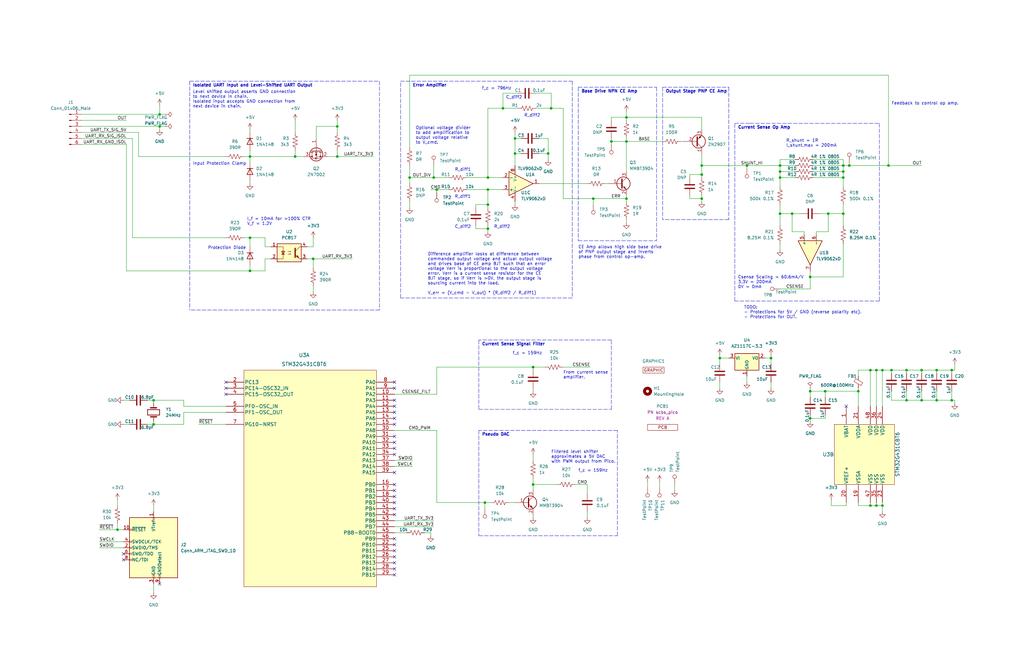
<source format=kicad_sch>
(kicad_sch (version 20211123) (generator eeschema)
  (paper "B")
  (title_block (title "Single Cell Battery Simulator Pico Demo Board") (date "2022-11-06") (rev "A") (company "Pants for Birds") (comment 1 "John McNelly - jkailimcnelly@gmail.com"))
  (lib_symbols
    (symbol "Amplifier_Operational:TLV9062xD" (pin_names (offset 0.127))
      (property "Reference" "U" (at 2.54 6.35 0))
      (property "Value" "TLV9062xD" (at 2.54 3.81 0))
      (symbol "TLV9062xD_1_1"
        (pin output line (at 7.62 0 180) (length 2.54) (name "~") (number "1"))
        (pin input line (at -7.62 -2.54 0) (length 2.54) (name "-") (number "2"))
        (pin input line (at -7.62 2.54 0) (length 2.54) (name "+") (number "3"))
      )
      (symbol "TLV9062xD_2_1"
        (pin input line (at -7.62 2.54 0) (length 2.54) (name "+") (number "5"))
        (pin input line (at -7.62 -2.54 0) (length 2.54) (name "-") (number "6"))
        (pin output line (at 7.62 0 180) (length 2.54) (name "~") (number "7"))
      )
      (symbol "TLV9062xD_3_1"
        (pin power_in line (at 0 -7.62 90) (length 3.81) (name "V-") (number "4"))
        (pin power_in line (at 0 7.62 270) (length 3.81) (name "V+") (number "8"))
      )
    )
    (symbol "Connector:Conn_01x06_Male" (pin_names (offset 1.016) hide)
      (property "Reference" "J" (at 0 7.62 0))
      (property "Value" "Conn_01x06_Male" (at 0 -10.16 0))
      (symbol "Conn_01x06_Male_1_1"
        (pin passive line (at 5.08 5.08 180) (length 3.81) (name "Pin_1") (number "1"))
        (pin passive line (at 5.08 2.54 180) (length 3.81) (name "Pin_2") (number "2"))
        (pin passive line (at 5.08 0 180) (length 3.81) (name "Pin_3") (number "3"))
        (pin passive line (at 5.08 -2.54 180) (length 3.81) (name "Pin_4") (number "4"))
        (pin passive line (at 5.08 -5.08 180) (length 3.81) (name "Pin_5") (number "5"))
        (pin passive line (at 5.08 -7.62 180) (length 3.81) (name "Pin_6") (number "6"))
      )
    )
    (symbol "Connector:Conn_ARM_JTAG_SWD_10" (pin_names (offset 1.016))
      (property "Reference" "J" (at -2.54 16.51 0))
      (property "Value" "Conn_ARM_JTAG_SWD_10" (at -2.54 13.97 0))
      (symbol "Conn_ARM_JTAG_SWD_10_1_1"
        (pin power_in line (at 0 15.24 270) (length 2.54) (name "VTref") (number "1"))
        (pin open_collector line (at 12.7 7.62 180) (length 2.54) (name "~{RESET}") (number "10"))
        (pin bidirectional line (at 12.7 0 180) (length 2.54) (name "SWDIO/TMS") (number "2"))
        (pin power_in line (at 0 -15.24 90) (length 2.54) (name "GND") (number "3"))
        (pin output line (at 12.7 2.54 180) (length 2.54) (name "SWDCLK/TCK") (number "4"))
        (pin passive line (at 0 -15.24 90) (length 2.54) hide (name "GND") (number "5"))
        (pin input line (at 12.7 -2.54 180) (length 2.54) (name "SWO/TDO") (number "6"))
        (pin no_connect line (at -10.16 0 0) (length 2.54) hide (name "KEY") (number "7"))
        (pin output line (at 12.7 -5.08 180) (length 2.54) (name "NC/TDI") (number "8"))
        (pin passive line (at -2.54 -15.24 90) (length 2.54) (name "GNDDetect") (number "9"))
      )
    )
    (symbol "Connector:TestPoint" (pin_numbers hide) (pin_names (offset 0.762) hide)
      (property "Reference" "TP" (at 0 6.858 0))
      (property "Value" "TestPoint" (at 0 5.08 0))
      (symbol "TestPoint_1_1"
        (pin passive line (at 0 0 90) (length 2.54) (name "1") (number "1"))
      )
    )
    (symbol "Custom_Placeholder:Graphic" (pin_numbers hide) (pin_names (offset 0) hide) (in_bom no)
      (property "Reference" "GRAPHIC" (at 0 2.54 0))
      (symbol "Graphic_0_0"
        (text "GRAPHIC" (at 0 0 0) (effects (font (size 1.27 1.27))))
      )
    )
    (symbol "Custom_Placeholder:PCB" (pin_numbers hide) (pin_names (offset 0) hide)
      (property "Reference" "PCB" (at 0 4.445 0))
      (property "MPN" "PN XXXXXXX" (at 0 -2.54 0))
      (property "REV" "REV _" (at -3.175 -4.445 0))
      (symbol "PCB_0_0"
        (text "PCB" (at 0 0 0) (effects (font (size 1.27 1.27))))
      )
    )
    (symbol "Device:C" (pin_numbers hide) (pin_names (offset 0.254))
      (property "Reference" "C" (at 0.635 2.54 0))
      (property "Value" "C" (at 0.635 -2.54 0))
      (symbol "C_1_1"
        (pin passive line (at 0 3.81 270) (length 2.794) (name "~") (number "1"))
        (pin passive line (at 0 -3.81 90) (length 2.794) (name "~") (number "2"))
      )
    )
    (symbol "Device:Crystal" (pin_numbers hide) (pin_names (offset 1.016) hide)
      (property "Reference" "Y" (at 0 3.81 0))
      (property "Value" "Crystal" (at 0 -3.81 0))
      (symbol "Crystal_1_1"
        (pin passive line (at -3.81 0 0) (length 1.27) (name "1") (number "1"))
        (pin passive line (at 3.81 0 180) (length 1.27) (name "2") (number "2"))
      )
    )
    (symbol "Device:D" (pin_numbers hide) (pin_names (offset 1.016) hide)
      (property "Reference" "D" (at 0 2.54 0))
      (property "Value" "D" (at 0 -2.54 0))
      (symbol "D_1_1"
        (pin passive line (at -3.81 0 0) (length 2.54) (name "K") (number "1"))
        (pin passive line (at 3.81 0 180) (length 2.54) (name "A") (number "2"))
      )
    )
    (symbol "Device:FerriteBead_Small" (pin_numbers hide) (pin_names (offset 0))
      (property "Reference" "FB" (at 1.905 1.27 0))
      (property "Value" "FerriteBead_Small" (at 1.905 -1.27 0))
      (symbol "FerriteBead_Small_1_1"
        (pin passive line (at 0 2.54 270) (length 1.27) (name "~") (number "1"))
        (pin passive line (at 0 -2.54 90) (length 1.27) (name "~") (number "2"))
      )
    )
    (symbol "Device:Q_PNP_CBE" (pin_names (offset 0) hide)
      (property "Reference" "Q" (at 5.08 1.27 0))
      (property "Value" "Q_PNP_CBE" (at 5.08 -1.27 0))
      (symbol "Q_PNP_CBE_1_1"
        (pin passive line (at 2.54 5.08 270) (length 2.54) (name "C") (number "1"))
        (pin input line (at -5.08 0 0) (length 5.715) (name "B") (number "2"))
        (pin passive line (at 2.54 -5.08 90) (length 2.54) (name "E") (number "3"))
      )
    )
    (symbol "Device:R_US" (pin_numbers hide) (pin_names (offset 0))
      (property "Reference" "R" (at 2.54 0 90))
      (property "Value" "R_US" (at -2.54 0 90))
      (symbol "R_US_1_1"
        (pin passive line (at 0 3.81 270) (length 1.27) (name "~") (number "1"))
        (pin passive line (at 0 -3.81 90) (length 1.27) (name "~") (number "2"))
      )
    )
    (symbol "Isolator:PC817" (pin_names (offset 1.016))
      (property "Reference" "U" (at -5.08 5.08 0))
      (property "Value" "PC817" (at 0 5.08 0))
      (symbol "PC817_1_1"
        (pin passive line (at -7.62 2.54 0) (length 2.54) (name "~") (number "1"))
        (pin passive line (at -7.62 -2.54 0) (length 2.54) (name "~") (number "2"))
        (pin passive line (at 7.62 -2.54 180) (length 2.54) (name "~") (number "3"))
        (pin passive line (at 7.62 2.54 180) (length 2.54) (name "~") (number "4"))
      )
    )
    (symbol "Mechanical:MountingHole" (pin_names (offset 1.016))
      (property "Reference" "H" (at 0 5.08 0))
      (property "Value" "MountingHole" (at 0 3.175 0))
    )
    (symbol "Regulator_Linear:AZ1117-3.3" (pin_names (offset 0.254))
      (property "Reference" "U" (at -3.81 3.175 0))
      (property "Value" "AZ1117-3.3" (at 0 3.175 0))
      (symbol "AZ1117-3.3_1_1"
        (pin power_in line (at 0 -7.62 90) (length 2.54) (name "GND") (number "1"))
        (pin power_out line (at 7.62 0 180) (length 2.54) (name "VO") (number "2"))
        (pin power_in line (at -7.62 0 0) (length 2.54) (name "VI") (number "3"))
      )
    )
    (symbol "STM32G431CBT6_1" (pin_names (offset 0.254))
      (property "Reference" "U?" (at -35.56 11.43 0))
      (property "Value" "STM32G431CBT6" (at -35.56 7.62 0))
      (symbol "STM32G431CBT6_1_1_1"
        (pin bidirectional line (at 0 -5.08 0) (length 7.62) (name "PA2") (number "10"))
        (pin bidirectional line (at 0 -7.62 0) (length 7.62) (name "PA3") (number "11"))
        (pin bidirectional line (at 0 -10.16 0) (length 7.62) (name "PA4") (number "12"))
        (pin bidirectional line (at 0 -12.7 0) (length 7.62) (name "PA5") (number "13"))
        (pin bidirectional line (at 0 -15.24 0) (length 7.62) (name "PA6") (number "14"))
        (pin bidirectional line (at 0 -17.78 0) (length 7.62) (name "PA7") (number "15"))
        (pin bidirectional line (at 0 -43.18 0) (length 7.62) (name "PB0") (number "16"))
        (pin bidirectional line (at 0 -45.72 0) (length 7.62) (name "PB1") (number "17"))
        (pin bidirectional line (at 0 -48.26 0) (length 7.62) (name "PB2") (number "18"))
        (pin bidirectional line (at 71.12 0 180) (length 7.62) (name "PC13") (number "2"))
        (pin bidirectional line (at 0 -68.58 0) (length 7.62) (name "PB10") (number "22"))
        (pin bidirectional line (at 0 -71.12 0) (length 7.62) (name "PB11") (number "25"))
        (pin bidirectional line (at 0 -73.66 0) (length 7.62) (name "PB12") (number "26"))
        (pin bidirectional line (at 0 -76.2 0) (length 7.62) (name "PB13") (number "27"))
        (pin bidirectional line (at 0 -78.74 0) (length 7.62) (name "PB14") (number "28"))
        (pin bidirectional line (at 0 -81.28 0) (length 7.62) (name "PB15") (number "29"))
        (pin bidirectional line (at 71.12 -2.54 180) (length 7.62) (name "PC14-OSC32_IN") (number "3"))
        (pin bidirectional line (at 0 -20.32 0) (length 7.62) (name "PA8") (number "30"))
        (pin bidirectional line (at 0 -22.86 0) (length 7.62) (name "PA9") (number "31"))
        (pin bidirectional line (at 0 -25.4 0) (length 7.62) (name "PA10") (number "32"))
        (pin bidirectional line (at 0 -27.94 0) (length 7.62) (name "PA11") (number "33"))
        (pin bidirectional line (at 0 -30.48 0) (length 7.62) (name "PA12") (number "34"))
        (pin bidirectional line (at 0 -33.02 0) (length 7.62) (name "PA13") (number "37"))
        (pin bidirectional line (at 0 -35.56 0) (length 7.62) (name "PA14") (number "38"))
        (pin bidirectional line (at 0 -38.1 0) (length 7.62) (name "PA15") (number "39"))
        (pin bidirectional line (at 71.12 -5.08 180) (length 7.62) (name "PC15-OSC32_OUT") (number "4"))
        (pin bidirectional line (at 0 -50.8 0) (length 7.62) (name "PB3") (number "40"))
        (pin bidirectional line (at 0 -53.34 0) (length 7.62) (name "PB4") (number "41"))
        (pin bidirectional line (at 0 -55.88 0) (length 7.62) (name "PB5") (number "42"))
        (pin bidirectional line (at 0 -58.42 0) (length 7.62) (name "PB6") (number "43"))
        (pin bidirectional line (at 0 -60.96 0) (length 7.62) (name "PB7") (number "44"))
        (pin bidirectional line (at 0 -63.5 0) (length 7.62) (name "PB8-BOOT0") (number "45"))
        (pin bidirectional line (at 0 -66.04 0) (length 7.62) (name "PB9") (number "46"))
        (pin bidirectional line (at 71.12 -10.16 180) (length 7.62) (name "PF0-OSC_IN") (number "5"))
        (pin bidirectional line (at 71.12 -12.7 180) (length 7.62) (name "PF1-OSC_OUT") (number "6"))
        (pin bidirectional line (at 71.12 -17.78 180) (length 7.62) (name "PG10-NRST") (number "7"))
        (pin bidirectional line (at 0 0 0) (length 7.62) (name "PA0") (number "8"))
        (pin bidirectional line (at 0 -2.54 0) (length 7.62) (name "PA1") (number "9"))
      )
      (symbol "STM32G431CBT6_1_2_1"
        (pin power_in line (at 0 -15.24 0) (length 7.62) (name "VBAT") (number "1"))
        (pin power_in line (at 40.64 -10.16 180) (length 7.62) (name "VSSA") (number "19"))
        (pin power_in line (at 40.64 -15.24 180) (length 7.62) (name "VREF+") (number "20"))
        (pin power_in line (at 0 -10.16 0) (length 7.62) (name "VDDA") (number "21"))
        (pin power_in line (at 40.64 0 180) (length 7.62) (name "VSS") (number "23"))
        (pin power_in line (at 0 0 0) (length 7.62) (name "VDD") (number "24"))
        (pin power_in line (at 40.64 -2.54 180) (length 7.62) (name "VSS") (number "35"))
        (pin power_in line (at 0 -2.54 0) (length 7.62) (name "VDD") (number "36"))
        (pin power_in line (at 40.64 -5.08 180) (length 7.62) (name "VSS") (number "47"))
        (pin power_in line (at 0 -5.08 0) (length 7.62) (name "VDD") (number "48"))
      )
    )
    (symbol "Transistor_BJT:MMBT3904" (pin_names (offset 0) hide)
      (property "Reference" "Q" (at 5.08 1.905 0))
      (property "Value" "MMBT3904" (at 5.08 0 0))
      (symbol "MMBT3904_1_1"
        (pin input line (at -5.08 0 0) (length 5.715) (name "B") (number "1"))
        (pin passive line (at 2.54 -5.08 90) (length 2.54) (name "E") (number "2"))
        (pin passive line (at 2.54 5.08 270) (length 2.54) (name "C") (number "3"))
      )
    )
    (symbol "Transistor_FET:2N7002" (pin_names hide)
      (property "Reference" "Q" (at 5.08 1.905 0))
      (property "Value" "2N7002" (at 5.08 0 0))
      (symbol "2N7002_1_1"
        (pin input line (at -5.08 0 0) (length 2.54) (name "G") (number "1"))
        (pin passive line (at 2.54 -5.08 90) (length 2.54) (name "S") (number "2"))
        (pin passive line (at 2.54 5.08 270) (length 2.54) (name "D") (number "3"))
      )
    )
    (symbol "power:+3V3" (power) (pin_names (offset 0))
      (property "Value" "+3V3" (at 0 3.556 0))
      (symbol "+3V3_1_1"
        (pin power_in line (at 0 0 90) (length 0) hide (name "+3V3") (number "1"))
      )
    )
    (symbol "power:+5V" (power) (pin_names (offset 0))
      (property "Value" "+5V" (at 0 3.556 0))
      (symbol "+5V_1_1"
        (pin power_in line (at 0 0 90) (length 0) hide (name "+5V") (number "1"))
      )
    )
    (symbol "power:GND" (power) (pin_names (offset 0))
      (property "Value" "GND" (at 0 -3.81 0))
      (symbol "GND_1_1"
        (pin power_in line (at 0 0 270) (length 0) hide (name "GND") (number "1"))
      )
    )
    (symbol "power:PWR_FLAG" (power) (pin_numbers hide) (pin_names (offset 0) hide)
      (property "Value" "PWR_FLAG" (at 0 3.81 0))
      (symbol "PWR_FLAG_0_0"
        (pin power_out line (at 0 0 90) (length 0) (name "pwr") (number "1"))
      )
    )
    (symbol "stm32g4:STM32G431CBT6" (pin_names (offset 0.254))
      (property "Reference" "U?" (at 11.43 -20.32 0))
      (property "Value" "STM32G431CBT6" (at 7.62 -20.32 0))
      (symbol "STM32G431CBT6_1_1"
        (pin bidirectional line (at 0 -5.08 0) (length 7.62) (name "PA2") (number "10"))
        (pin bidirectional line (at 0 -7.62 0) (length 7.62) (name "PA3") (number "11"))
        (pin bidirectional line (at 0 -10.16 0) (length 7.62) (name "PA4") (number "12"))
        (pin bidirectional line (at 0 -12.7 0) (length 7.62) (name "PA5") (number "13"))
        (pin bidirectional line (at 0 -15.24 0) (length 7.62) (name "PA6") (number "14"))
        (pin bidirectional line (at 0 -17.78 0) (length 7.62) (name "PA7") (number "15"))
        (pin bidirectional line (at 0 -43.18 0) (length 7.62) (name "PB0") (number "16"))
        (pin bidirectional line (at 0 -45.72 0) (length 7.62) (name "PB1") (number "17"))
        (pin bidirectional line (at 0 -48.26 0) (length 7.62) (name "PB2") (number "18"))
        (pin bidirectional line (at 71.12 0 180) (length 7.62) (name "PC13") (number "2"))
        (pin bidirectional line (at 0 -68.58 0) (length 7.62) (name "PB10") (number "22"))
        (pin bidirectional line (at 0 -71.12 0) (length 7.62) (name "PB11") (number "25"))
        (pin bidirectional line (at 0 -73.66 0) (length 7.62) (name "PB12") (number "26"))
        (pin bidirectional line (at 0 -76.2 0) (length 7.62) (name "PB13") (number "27"))
        (pin bidirectional line (at 0 -78.74 0) (length 7.62) (name "PB14") (number "28"))
        (pin bidirectional line (at 0 -81.28 0) (length 7.62) (name "PB15") (number "29"))
        (pin bidirectional line (at 71.12 -2.54 180) (length 7.62) (name "PC14-OSC32_IN") (number "3"))
        (pin bidirectional line (at 0 -20.32 0) (length 7.62) (name "PA8") (number "30"))
        (pin bidirectional line (at 0 -22.86 0) (length 7.62) (name "PA9") (number "31"))
        (pin bidirectional line (at 0 -25.4 0) (length 7.62) (name "PA10") (number "32"))
        (pin bidirectional line (at 0 -27.94 0) (length 7.62) (name "PA11") (number "33"))
        (pin bidirectional line (at 0 -30.48 0) (length 7.62) (name "PA12") (number "34"))
        (pin bidirectional line (at 0 -33.02 0) (length 7.62) (name "PA13") (number "37"))
        (pin bidirectional line (at 0 -35.56 0) (length 7.62) (name "PA14") (number "38"))
        (pin bidirectional line (at 0 -38.1 0) (length 7.62) (name "PA15") (number "39"))
        (pin bidirectional line (at 71.12 -5.08 180) (length 7.62) (name "PC15-OSC32_OUT") (number "4"))
        (pin bidirectional line (at 0 -50.8 0) (length 7.62) (name "PB3") (number "40"))
        (pin bidirectional line (at 0 -53.34 0) (length 7.62) (name "PB4") (number "41"))
        (pin bidirectional line (at 0 -55.88 0) (length 7.62) (name "PB5") (number "42"))
        (pin bidirectional line (at 0 -58.42 0) (length 7.62) (name "PB6") (number "43"))
        (pin bidirectional line (at 0 -60.96 0) (length 7.62) (name "PB7") (number "44"))
        (pin bidirectional line (at 0 -63.5 0) (length 7.62) (name "PB8-BOOT0") (number "45"))
        (pin bidirectional line (at 0 -66.04 0) (length 7.62) (name "PB9") (number "46"))
        (pin bidirectional line (at 71.12 -10.16 180) (length 7.62) (name "PF0-OSC_IN") (number "5"))
        (pin bidirectional line (at 71.12 -12.7 180) (length 7.62) (name "PF1-OSC_OUT") (number "6"))
        (pin bidirectional line (at 71.12 -17.78 180) (length 7.62) (name "PG10-NRST") (number "7"))
        (pin bidirectional line (at 0 0 0) (length 7.62) (name "PA0") (number "8"))
        (pin bidirectional line (at 0 -2.54 0) (length 7.62) (name "PA1") (number "9"))
      )
      (symbol "STM32G431CBT6_2_1"
        (pin power_in line (at 0 -15.24 0) (length 7.62) (name "VBAT") (number "1"))
        (pin power_in line (at 40.64 -10.16 180) (length 7.62) (name "VSSA") (number "19"))
        (pin power_in line (at 40.64 -15.24 180) (length 7.62) (name "VREF+") (number "20"))
        (pin power_in line (at 0 -10.16 0) (length 7.62) (name "VDDA") (number "21"))
        (pin power_in line (at 40.64 0 180) (length 7.62) (name "VSS") (number "23"))
        (pin power_in line (at 0 0 0) (length 7.62) (name "VDD") (number "24"))
        (pin power_in line (at 40.64 -2.54 180) (length 7.62) (name "VSS") (number "35"))
        (pin power_in line (at 0 -2.54 0) (length 7.62) (name "VDD") (number "36"))
        (pin power_in line (at 40.64 -5.08 180) (length 7.62) (name "VSS") (number "47"))
        (pin power_in line (at 0 -5.08 0) (length 7.62) (name "VDD") (number "48"))
      )
    )
  )
  (junction (at 264.16 59.69))
  (junction (at 334.01 90.17))
  (junction (at 367.03 156.21))
  (junction (at 105.41 100.33))
  (junction (at 401.32 168.91))
  (junction (at 205.74 80.01))
  (junction (at 217.17 58.42))
  (junction (at 349.25 90.17))
  (junction (at 205.74 86.36))
  (junction (at 361.95 165.1))
  (junction (at 67.31 53.34))
  (junction (at 347.98 165.1))
  (junction (at 382.27 156.21))
  (junction (at 250.19 83.82))
  (junction (at 295.91 69.85))
  (junction (at 295.91 73.66))
  (junction (at 355.6 74.93))
  (junction (at 172.72 74.93))
  (junction (at 328.93 72.39))
  (junction (at 372.11 213.36))
  (junction (at 49.53 223.52))
  (junction (at 382.27 168.91))
  (junction (at 182.88 74.93))
  (junction (at 217.17 64.77))
  (junction (at 257.81 59.69))
  (junction (at 394.97 156.21))
  (junction (at 64.77 179.07))
  (junction (at 295.91 83.82))
  (junction (at 341.63 116.84))
  (junction (at 132.08 109.22))
  (junction (at 231.14 64.77))
  (junction (at 328.93 90.17))
  (junction (at 328.93 69.85))
  (junction (at 355.6 69.85))
  (junction (at 355.6 90.17))
  (junction (at 205.74 96.52))
  (junction (at 325.12 151.13))
  (junction (at 224.79 154.94))
  (junction (at 314.96 69.85))
  (junction (at 369.57 156.21))
  (junction (at 67.31 48.26))
  (junction (at 142.24 53.34))
  (junction (at 224.79 204.47))
  (junction (at 105.41 114.3))
  (junction (at 264.16 83.82))
  (junction (at 212.09 45.72))
  (junction (at 358.14 69.85))
  (junction (at 375.92 156.21))
  (junction (at 184.15 80.01))
  (junction (at 205.74 74.93))
  (junction (at 372.11 156.21))
  (junction (at 341.63 176.53))
  (junction (at 388.62 156.21))
  (junction (at 124.46 66.04))
  (junction (at 388.62 168.91))
  (junction (at 264.16 49.53))
  (junction (at 394.97 168.91))
  (junction (at 303.53 151.13))
  (junction (at 374.65 69.85))
  (junction (at 369.57 213.36))
  (junction (at 142.24 66.04))
  (junction (at 367.03 213.36))
  (junction (at 341.63 165.1))
  (junction (at 105.41 66.04))
  (junction (at 204.47 212.09))
  (junction (at 401.32 156.21))
  (junction (at 355.6 72.39))
  (junction (at 64.77 168.91))
  (junction (at 232.41 45.72))
  (junction (at 328.93 74.93))
  (no_connect (at 166.37 173.99))
  (no_connect (at 166.37 179.07))
  (no_connect (at 166.37 229.87))
  (no_connect (at 166.37 204.47))
  (no_connect (at 166.37 199.39))
  (no_connect (at 166.37 240.03))
  (no_connect (at 67.31 246.38))
  (no_connect (at 166.37 234.95))
  (no_connect (at 166.37 176.53))
  (no_connect (at 166.37 191.77))
  (no_connect (at 52.07 236.22))
  (no_connect (at 166.37 171.45))
  (no_connect (at 166.37 227.33))
  (no_connect (at 166.37 184.15))
  (no_connect (at 166.37 207.01))
  (no_connect (at 166.37 168.91))
  (no_connect (at 166.37 209.55))
  (no_connect (at 52.07 233.68))
  (no_connect (at 166.37 161.29))
  (no_connect (at 166.37 163.83))
  (no_connect (at 166.37 217.17))
  (no_connect (at 166.37 212.09))
  (no_connect (at 166.37 242.57))
  (no_connect (at 166.37 189.23))
  (no_connect (at 166.37 237.49))
  (no_connect (at 166.37 186.69))
  (no_connect (at 95.25 161.29))
  (no_connect (at 95.25 166.37))
  (no_connect (at 95.25 163.83))
  (no_connect (at 166.37 232.41))
  (no_connect (at 356.87 171.45))
  (no_connect (at 166.37 214.63))
  (wire (pts (xy 102.87 66.04) (xy 105.41 66.04)))
  (wire (pts (xy 341.63 167.64) (xy 341.63 165.1)))
  (wire (pts (xy 295.91 69.85) (xy 295.91 73.66)))
  (wire (pts (xy 328.93 69.85) (xy 335.28 69.85)))
  (wire (pts (xy 229.87 154.94) (xy 224.79 154.94)))
  (wire (pts (xy 375.92 156.21) (xy 375.92 157.48)))
  (wire (pts (xy 388.62 156.21) (xy 388.62 157.48)))
  (wire (pts (xy 328.93 69.85) (xy 328.93 72.39)))
  (wire (pts (xy 264.16 83.82) (xy 264.16 85.09)))
  (wire (pts (xy 226.06 39.37) (xy 232.41 39.37)))
  (wire (pts (xy 314.96 158.75) (xy 314.96 161.29)))
  (wire (pts (xy 264.16 92.71) (xy 264.16 93.98)))
  (wire (pts (xy 224.79 201.93) (xy 224.79 204.47)))
  (wire (pts (xy 205.74 45.72) (xy 212.09 45.72)))
  (wire (pts (xy 303.53 161.29) (xy 303.53 163.83)))
  (wire (pts (xy 334.01 90.17) (xy 334.01 97.79)))
  (wire (pts (xy 172.72 74.93) (xy 182.88 74.93)))
  (wire (pts (xy 334.01 90.17) (xy 337.82 90.17)))
  (wire (pts (xy 231.14 58.42) (xy 231.14 64.77)))
  (wire (pts (xy 196.85 74.93) (xy 205.74 74.93)))
  (wire (pts (xy 227.33 58.42) (xy 231.14 58.42)))
  (wire (pts (xy 341.63 116.84) (xy 341.63 121.92)))
  (wire (pts (xy 214.63 212.09) (xy 217.17 212.09)))
  (wire (pts (xy 341.63 176.53) (xy 347.98 176.53)))
  (wire (pts (xy 257.81 50.8) (xy 257.81 49.53)))
  (wire (pts (xy 325.12 149.86) (xy 325.12 151.13)))
  (wire (pts (xy 401.32 168.91) (xy 394.97 168.91)))
  (wire (pts (xy 184.15 154.94) (xy 184.15 166.37)))
  (wire (pts (xy 257.81 59.69) (xy 257.81 60.96)))
  (wire (pts (xy 217.17 64.77) (xy 219.71 64.77)))
  (wire (pts (xy 401.32 156.21) (xy 402.59 156.21)))
  (wire (pts (xy 356.87 213.36) (xy 356.87 212.09)))
  (wire (pts (xy 105.41 54.61) (xy 105.41 55.88)))
  (wire (pts (xy 288.29 59.69) (xy 287.02 59.69)))
  (wire (pts (xy 34.29 60.96) (xy 53.34 60.96)))
  (wire (pts (xy 212.09 39.37) (xy 212.09 45.72)))
  (wire (pts (xy 62.23 168.91) (xy 64.77 168.91)))
  (wire (pts (xy 325.12 161.29) (xy 325.12 163.83)))
  (wire (pts (xy 328.93 74.93) (xy 335.28 74.93)))
  (wire (pts (xy 67.31 53.34) (xy 69.85 53.34)))
  (wire (pts (xy 133.35 53.34) (xy 142.24 53.34)))
  (wire (pts (xy 224.79 163.83) (xy 224.79 165.1)))
  (wire (pts (xy 344.17 97.79) (xy 344.17 99.06)))
  (wire (pts (xy 232.41 45.72) (xy 226.06 45.72)))
  (wire (pts (xy 358.14 69.85) (xy 374.65 69.85)))
  (wire (pts (xy 111.76 100.33) (xy 111.76 104.14)))
  (wire (pts (xy 34.29 50.8) (xy 53.34 50.8)))
  (wire (pts (xy 227.33 77.47) (xy 247.65 77.47)))
  (wire (pts (xy 166.37 181.61) (xy 184.15 181.61)))
  (wire (pts (xy 349.25 97.79) (xy 344.17 97.79)))
  (polyline (pts (xy 243.84 36.83) (xy 243.84 101.6)))
  (wire (pts (xy 341.63 163.83) (xy 341.63 165.1)))
  (polyline (pts (xy 307.34 36.83) (xy 307.34 92.71)))
  (wire (pts (xy 102.87 100.33) (xy 105.41 100.33)))
  (wire (pts (xy 303.53 153.67) (xy 303.53 151.13)))
  (wire (pts (xy 224.79 204.47) (xy 234.95 204.47)))
  (wire (pts (xy 204.47 212.09) (xy 204.47 214.63)))
  (wire (pts (xy 355.6 67.31) (xy 355.6 69.85)))
  (wire (pts (xy 295.91 82.55) (xy 295.91 83.82)))
  (polyline (pts (xy 279.4 36.83) (xy 307.34 36.83)))
  (wire (pts (xy 166.37 194.31) (xy 173.99 194.31)))
  (polyline (pts (xy 241.3 34.29) (xy 241.3 125.73)))
  (wire (pts (xy 402.59 168.91) (xy 402.59 170.18)))
  (wire (pts (xy 49.53 223.52) (xy 41.91 223.52)))
  (wire (pts (xy 303.53 151.13) (xy 307.34 151.13)))
  (wire (pts (xy 132.08 120.65) (xy 132.08 123.19)))
  (wire (pts (xy 367.03 213.36) (xy 361.95 213.36)))
  (wire (pts (xy 53.34 114.3) (xy 105.41 114.3)))
  (wire (pts (xy 34.29 48.26) (xy 67.31 48.26)))
  (wire (pts (xy 279.4 59.69) (xy 264.16 59.69)))
  (wire (pts (xy 264.16 46.99) (xy 264.16 49.53)))
  (polyline (pts (xy 307.34 92.71) (xy 279.4 92.71)))
  (wire (pts (xy 328.93 74.93) (xy 328.93 78.74)))
  (wire (pts (xy 372.11 156.21) (xy 372.11 171.45)))
  (wire (pts (xy 172.72 69.85) (xy 172.72 74.93)))
  (wire (pts (xy 355.6 90.17) (xy 355.6 95.25)))
  (wire (pts (xy 67.31 44.45) (xy 67.31 48.26)))
  (wire (pts (xy 382.27 168.91) (xy 388.62 168.91)))
  (wire (pts (xy 200.66 96.52) (xy 205.74 96.52)))
  (wire (pts (xy 328.93 72.39) (xy 335.28 72.39)))
  (wire (pts (xy 264.16 49.53) (xy 264.16 50.8)))
  (wire (pts (xy 184.15 80.01) (xy 189.23 80.01)))
  (wire (pts (xy 278.13 203.2) (xy 278.13 205.74)))
  (polyline (pts (xy 201.93 143.51) (xy 201.93 172.72)))
  (wire (pts (xy 342.9 72.39) (xy 355.6 72.39)))
  (wire (pts (xy 124.46 63.5) (xy 124.46 66.04)))
  (polyline (pts (xy 243.84 101.6) (xy 276.86 101.6)))
  (wire (pts (xy 55.88 100.33) (xy 95.25 100.33)))
  (wire (pts (xy 374.65 69.85) (xy 388.62 69.85)))
  (polyline (pts (xy 168.91 34.29) (xy 241.3 34.29)))
  (wire (pts (xy 181.61 226.06) (xy 181.61 224.79)))
  (wire (pts (xy 295.91 83.82) (xy 295.91 85.09)))
  (wire (pts (xy 105.41 63.5) (xy 105.41 66.04)))
  (wire (pts (xy 328.93 72.39) (xy 328.93 74.93)))
  (wire (pts (xy 355.6 74.93) (xy 355.6 78.74)))
  (wire (pts (xy 303.53 149.86) (xy 303.53 151.13)))
  (wire (pts (xy 242.57 204.47) (xy 247.65 204.47)))
  (wire (pts (xy 52.07 168.91) (xy 54.61 168.91)))
  (wire (pts (xy 172.72 31.75) (xy 374.65 31.75)))
  (wire (pts (xy 200.66 86.36) (xy 205.74 86.36)))
  (wire (pts (xy 224.79 191.77) (xy 224.79 194.31)))
  (polyline (pts (xy 257.81 172.72) (xy 257.81 143.51)))
  (wire (pts (xy 284.48 204.47) (xy 284.48 207.01)))
  (wire (pts (xy 290.83 73.66) (xy 295.91 73.66)))
  (wire (pts (xy 105.41 114.3) (xy 111.76 114.3)))
  (wire (pts (xy 372.11 213.36) (xy 372.11 215.9)))
  (wire (pts (xy 295.91 64.77) (xy 295.91 69.85)))
  (polyline (pts (xy 309.88 127) (xy 309.88 52.07)))
  (wire (pts (xy 314.96 69.85) (xy 328.93 69.85)))
  (wire (pts (xy 205.74 95.25) (xy 205.74 96.52)))
  (wire (pts (xy 172.72 85.09) (xy 172.72 87.63)))
  (wire (pts (xy 184.15 154.94) (xy 224.79 154.94)))
  (wire (pts (xy 257.81 59.69) (xy 264.16 59.69)))
  (wire (pts (xy 250.19 83.82) (xy 250.19 86.36)))
  (wire (pts (xy 369.57 213.36) (xy 367.03 213.36)))
  (polyline (pts (xy 370.84 127) (xy 309.88 127)))
  (wire (pts (xy 355.6 116.84) (xy 341.63 116.84)))
  (wire (pts (xy 200.66 95.25) (xy 200.66 96.52)))
  (wire (pts (xy 67.31 48.26) (xy 69.85 48.26)))
  (polyline (pts (xy 316.23 52.07) (xy 370.84 52.07)))
  (wire (pts (xy 166.37 224.79) (xy 171.45 224.79)))
  (wire (pts (xy 132.08 104.14) (xy 129.54 104.14)))
  (wire (pts (xy 64.77 168.91) (xy 64.77 170.18)))
  (wire (pts (xy 355.6 72.39) (xy 355.6 74.93)))
  (wire (pts (xy 322.58 151.13) (xy 325.12 151.13)))
  (wire (pts (xy 328.93 121.92) (xy 341.63 121.92)))
  (wire (pts (xy 224.79 217.17) (xy 224.79 218.44)))
  (wire (pts (xy 394.97 156.21) (xy 401.32 156.21)))
  (wire (pts (xy 341.63 175.26) (xy 341.63 176.53)))
  (wire (pts (xy 369.57 156.21) (xy 369.57 171.45)))
  (wire (pts (xy 355.6 86.36) (xy 355.6 90.17)))
  (wire (pts (xy 217.17 58.42) (xy 219.71 58.42)))
  (wire (pts (xy 124.46 66.04) (xy 128.27 66.04)))
  (wire (pts (xy 328.93 86.36) (xy 328.93 90.17)))
  (wire (pts (xy 374.65 31.75) (xy 374.65 69.85)))
  (polyline (pts (xy 260.35 226.06) (xy 260.35 181.61)))
  (wire (pts (xy 200.66 87.63) (xy 200.66 86.36)))
  (wire (pts (xy 255.27 77.47) (xy 256.54 77.47)))
  (wire (pts (xy 257.81 58.42) (xy 257.81 59.69)))
  (wire (pts (xy 184.15 181.61) (xy 184.15 212.09)))
  (wire (pts (xy 347.98 165.1) (xy 347.98 167.64)))
  (wire (pts (xy 184.15 80.01) (xy 184.15 81.28)))
  (wire (pts (xy 41.91 228.6) (xy 52.07 228.6)))
  (wire (pts (xy 111.76 114.3) (xy 111.76 109.22)))
  (wire (pts (xy 367.03 156.21) (xy 367.03 171.45)))
  (polyline (pts (xy 279.4 36.83) (xy 279.4 92.71)))
  (wire (pts (xy 182.88 219.71) (xy 166.37 219.71)))
  (polyline (pts (xy 160.02 130.81) (xy 80.01 130.81)))
  (wire (pts (xy 224.79 154.94) (xy 224.79 156.21)))
  (wire (pts (xy 105.41 111.76) (xy 105.41 114.3)))
  (polyline (pts (xy 309.88 52.07) (xy 316.23 52.07)))
  (wire (pts (xy 182.88 222.25) (xy 166.37 222.25)))
  (wire (pts (xy 355.6 69.85) (xy 358.14 69.85)))
  (wire (pts (xy 367.03 212.09) (xy 367.03 213.36)))
  (wire (pts (xy 347.98 175.26) (xy 347.98 176.53)))
  (wire (pts (xy 232.41 39.37) (xy 232.41 45.72)))
  (wire (pts (xy 350.52 210.82) (xy 350.52 213.36)))
  (wire (pts (xy 290.83 83.82) (xy 295.91 83.82)))
  (wire (pts (xy 105.41 100.33) (xy 105.41 104.14)))
  (wire (pts (xy 218.44 39.37) (xy 212.09 39.37)))
  (wire (pts (xy 204.47 212.09) (xy 207.01 212.09)))
  (wire (pts (xy 166.37 166.37) (xy 184.15 166.37)))
  (wire (pts (xy 83.82 179.07) (xy 95.25 179.07)))
  (wire (pts (xy 205.74 96.52) (xy 205.74 97.79)))
  (wire (pts (xy 250.19 83.82) (xy 264.16 83.82)))
  (wire (pts (xy 325.12 153.67) (xy 325.12 151.13)))
  (wire (pts (xy 217.17 55.88) (xy 217.17 58.42)))
  (wire (pts (xy 401.32 156.21) (xy 401.32 157.48)))
  (wire (pts (xy 95.25 173.99) (xy 77.47 173.99)))
  (wire (pts (xy 295.91 49.53) (xy 295.91 54.61)))
  (wire (pts (xy 361.95 158.75) (xy 361.95 156.21)))
  (wire (pts (xy 182.88 69.85) (xy 182.88 74.93)))
  (wire (pts (xy 237.49 154.94) (xy 248.92 154.94)))
  (wire (pts (xy 217.17 85.09) (xy 217.17 86.36)))
  (wire (pts (xy 181.61 80.01) (xy 184.15 80.01)))
  (wire (pts (xy 350.52 213.36) (xy 356.87 213.36)))
  (wire (pts (xy 349.25 90.17) (xy 349.25 97.79)))
  (wire (pts (xy 341.63 165.1) (xy 347.98 165.1)))
  (wire (pts (xy 388.62 165.1) (xy 388.62 168.91)))
  (wire (pts (xy 361.95 213.36) (xy 361.95 212.09)))
  (wire (pts (xy 264.16 58.42) (xy 264.16 59.69)))
  (wire (pts (xy 314.96 69.85) (xy 314.96 71.12)))
  (wire (pts (xy 142.24 66.04) (xy 157.48 66.04)))
  (wire (pts (xy 345.44 90.17) (xy 349.25 90.17)))
  (polyline (pts (xy 201.93 172.72) (xy 257.81 172.72)))
  (wire (pts (xy 237.49 83.82) (xy 237.49 45.72)))
  (wire (pts (xy 355.6 74.93) (xy 342.9 74.93)))
  (wire (pts (xy 64.77 213.36) (xy 64.77 215.9)))
  (wire (pts (xy 342.9 69.85) (xy 355.6 69.85)))
  (wire (pts (xy 77.47 173.99) (xy 77.47 179.07)))
  (wire (pts (xy 247.65 204.47) (xy 247.65 208.28)))
  (wire (pts (xy 105.41 66.04) (xy 105.41 68.58)))
  (wire (pts (xy 217.17 58.42) (xy 217.17 64.77)))
  (wire (pts (xy 41.91 231.14) (xy 52.07 231.14)))
  (wire (pts (xy 129.54 109.22) (xy 132.08 109.22)))
  (wire (pts (xy 295.91 69.85) (xy 314.96 69.85)))
  (wire (pts (xy 111.76 109.22) (xy 114.3 109.22)))
  (wire (pts (xy 205.74 86.36) (xy 205.74 87.63)))
  (wire (pts (xy 55.88 58.42) (xy 55.88 100.33)))
  (wire (pts (xy 205.74 74.93) (xy 212.09 74.93)))
  (wire (pts (xy 184.15 212.09) (xy 204.47 212.09)))
  (wire (pts (xy 105.41 100.33) (xy 111.76 100.33)))
  (wire (pts (xy 264.16 49.53) (xy 295.91 49.53)))
  (wire (pts (xy 328.93 90.17) (xy 334.01 90.17)))
  (wire (pts (xy 196.85 80.01) (xy 205.74 80.01)))
  (polyline (pts (xy 241.3 125.73) (xy 168.91 125.73)))
  (polyline (pts (xy 243.84 36.83) (xy 276.86 36.83)))
  (wire (pts (xy 124.46 50.8) (xy 124.46 55.88)))
  (wire (pts (xy 394.97 168.91) (xy 388.62 168.91)))
  (polyline (pts (xy 260.35 181.61) (xy 201.93 181.61)))
  (wire (pts (xy 402.59 168.91) (xy 401.32 168.91)))
  (polyline (pts (xy 201.93 226.06) (xy 260.35 226.06)))
  (wire (pts (xy 372.11 212.09) (xy 372.11 213.36)))
  (wire (pts (xy 142.24 66.04) (xy 138.43 66.04)))
  (wire (pts (xy 111.76 104.14) (xy 114.3 104.14)))
  (wire (pts (xy 382.27 156.21) (xy 382.27 157.48)))
  (wire (pts (xy 142.24 53.34) (xy 142.24 55.88)))
  (wire (pts (xy 133.35 58.42) (xy 133.35 53.34)))
  (wire (pts (xy 205.74 80.01) (xy 212.09 80.01)))
  (wire (pts (xy 58.42 66.04) (xy 58.42 55.88)))
  (wire (pts (xy 53.34 60.96) (xy 53.34 114.3)))
  (polyline (pts (xy 160.02 34.29) (xy 160.02 130.81)))
  (wire (pts (xy 247.65 215.9) (xy 247.65 218.44)))
  (wire (pts (xy 388.62 156.21) (xy 394.97 156.21)))
  (wire (pts (xy 361.95 163.83) (xy 361.95 165.1)))
  (wire (pts (xy 382.27 156.21) (xy 388.62 156.21)))
  (wire (pts (xy 182.88 74.93) (xy 189.23 74.93)))
  (wire (pts (xy 132.08 100.33) (xy 132.08 104.14)))
  (wire (pts (xy 334.01 97.79) (xy 339.09 97.79)))
  (wire (pts (xy 402.59 153.67) (xy 402.59 156.21)))
  (wire (pts (xy 172.72 31.75) (xy 172.72 62.23)))
  (wire (pts (xy 328.93 90.17) (xy 328.93 95.25)))
  (polyline (pts (xy 168.91 125.73) (xy 168.91 34.29)))
  (wire (pts (xy 224.79 204.47) (xy 224.79 207.01)))
  (wire (pts (xy 172.72 74.93) (xy 172.72 77.47)))
  (wire (pts (xy 328.93 102.87) (xy 328.93 105.41)))
  (wire (pts (xy 347.98 165.1) (xy 361.95 165.1)))
  (polyline (pts (xy 80.01 34.29) (xy 160.02 34.29)))
  (wire (pts (xy 257.81 49.53) (xy 264.16 49.53)))
  (wire (pts (xy 273.05 203.2) (xy 273.05 205.74)))
  (wire (pts (xy 372.11 156.21) (xy 369.57 156.21)))
  (wire (pts (xy 382.27 168.91) (xy 375.92 168.91)))
  (wire (pts (xy 105.41 76.2) (xy 105.41 77.47)))
  (wire (pts (xy 52.07 223.52) (xy 49.53 223.52)))
  (wire (pts (xy 250.19 83.82) (xy 237.49 83.82)))
  (wire (pts (xy 382.27 165.1) (xy 382.27 168.91)))
  (wire (pts (xy 372.11 213.36) (xy 369.57 213.36)))
  (wire (pts (xy 339.09 97.79) (xy 339.09 99.06)))
  (wire (pts (xy 349.25 90.17) (xy 355.6 90.17)))
  (wire (pts (xy 355.6 102.87) (xy 355.6 116.84)))
  (wire (pts (xy 62.23 179.07) (xy 64.77 179.07)))
  (wire (pts (xy 34.29 55.88) (xy 58.42 55.88)))
  (wire (pts (xy 105.41 66.04) (xy 124.46 66.04)))
  (wire (pts (xy 166.37 196.85) (xy 173.99 196.85)))
  (wire (pts (xy 290.83 82.55) (xy 290.83 83.82)))
  (wire (pts (xy 217.17 64.77) (xy 217.17 69.85)))
  (wire (pts (xy 95.25 171.45) (xy 77.47 171.45)))
  (wire (pts (xy 264.16 59.69) (xy 264.16 72.39)))
  (wire (pts (xy 341.63 116.84) (xy 341.63 114.3)))
  (wire (pts (xy 358.14 68.58) (xy 358.14 69.85)))
  (wire (pts (xy 341.63 176.53) (xy 341.63 177.8)))
  (wire (pts (xy 369.57 212.09) (xy 369.57 213.36)))
  (wire (pts (xy 142.24 50.8) (xy 142.24 53.34)))
  (wire (pts (xy 361.95 165.1) (xy 361.95 171.45)))
  (wire (pts (xy 49.53 210.82) (xy 49.53 213.36)))
  (wire (pts (xy 205.74 80.01) (xy 205.74 86.36)))
  (wire (pts (xy 342.9 67.31) (xy 355.6 67.31)))
  (wire (pts (xy 49.53 220.98) (xy 49.53 223.52)))
  (wire (pts (xy 227.33 64.77) (xy 231.14 64.77)))
  (wire (pts (xy 375.92 168.91) (xy 375.92 165.1)))
  (polyline (pts (xy 276.86 36.83) (xy 276.86 101.6)))
  (wire (pts (xy 58.42 66.04) (xy 95.25 66.04)))
  (wire (pts (xy 77.47 171.45) (xy 77.47 168.91)))
  (polyline (pts (xy 257.81 143.51) (xy 201.93 143.51)))
  (wire (pts (xy 181.61 224.79) (xy 179.07 224.79)))
  (wire (pts (xy 375.92 156.21) (xy 382.27 156.21)))
  (polyline (pts (xy 201.93 181.61) (xy 201.93 226.06)))
  (wire (pts (xy 77.47 179.07) (xy 64.77 179.07)))
  (wire (pts (xy 328.93 67.31) (xy 328.93 69.85)))
  (wire (pts (xy 67.31 53.34) (xy 34.29 53.34)))
  (wire (pts (xy 52.07 179.07) (xy 54.61 179.07)))
  (wire (pts (xy 132.08 109.22) (xy 132.08 113.03)))
  (polyline (pts (xy 80.01 34.29) (xy 80.01 130.81)))
  (wire (pts (xy 401.32 165.1) (xy 401.32 168.91)))
  (wire (pts (xy 67.31 54.61) (xy 67.31 53.34)))
  (wire (pts (xy 64.77 179.07) (xy 64.77 177.8)))
  (wire (pts (xy 372.11 156.21) (xy 375.92 156.21)))
  (wire (pts (xy 394.97 156.21) (xy 394.97 157.48)))
  (wire (pts (xy 361.95 156.21) (xy 367.03 156.21)))
  (wire (pts (xy 34.29 58.42) (xy 55.88 58.42)))
  (wire (pts (xy 295.91 73.66) (xy 295.91 74.93)))
  (wire (pts (xy 394.97 165.1) (xy 394.97 168.91)))
  (polyline (pts (xy 370.84 52.07) (xy 370.84 127)))
  (wire (pts (xy 231.14 67.31) (xy 231.14 64.77)))
  (wire (pts (xy 355.6 69.85) (xy 355.6 72.39)))
  (wire (pts (xy 290.83 74.93) (xy 290.83 73.66)))
  (wire (pts (xy 132.08 109.22) (xy 148.59 109.22)))
  (wire (pts (xy 205.74 74.93) (xy 205.74 45.72)))
  (wire (pts (xy 77.47 168.91) (xy 64.77 168.91)))
  (wire (pts (xy 64.77 246.38) (xy 64.77 250.19)))
  (wire (pts (xy 212.09 45.72) (xy 218.44 45.72)))
  (wire (pts (xy 264.16 82.55) (xy 264.16 83.82)))
  (wire (pts (xy 142.24 63.5) (xy 142.24 66.04)))
  (wire (pts (xy 369.57 156.21) (xy 367.03 156.21)))
  (wire (pts (xy 237.49 45.72) (xy 232.41 45.72)))
  (wire (pts (xy 335.28 67.31) (xy 328.93 67.31)))
  (text "R_diff1" (at 191.77 72.39 0) (effects (font (size 1.27 1.27)) (justify left bottom)))
  (text "Input Protection Clamp" (at 81.28 69.85 0) (effects (font (size 1.27 1.27)) (justify left bottom)))
  (text "Difference amplifier looks at difference between\ncommanded output voltage and actual output voltage\nand drives base of CE amp BJT such that an error\nvoltage Verr is proportional to the output voltage\nerror. Verr is a current sense resistor for the CE\nBJT stage, so if Verr is >0V, the output stage is\nsourcing current into the load.\n\nV_err = (V_cmd - V_out) * (R_diff2 / R_diff1)" (at 180.34 124.46 0) (effects (font (size 1.27 1.27)) (justify left bottom)))
  (text "Protection Diode" (at 87.63 105.41 0) (effects (font (size 1.27 1.27)) (justify left bottom)))
  (text "Error Amplifier" (at 173.99 36.83 0) (effects (font (size 1.27 1.27) (thickness 0.254) bold) (justify left bottom)))
  (text "Pseudo DAC" (at 203.2 184.15 0) (effects (font (size 1.27 1.27) bold) (justify left bottom)))
  (text "f_c = 796Hz" (at 203.2 38.1 0) (effects (font (size 1.27 1.27)) (justify left bottom)))
  (text "f_c = 159Hz" (at 228.6 149.86 180) (effects (font (size 1.27 1.27)) (justify right bottom)))
  (text "Csense Scaling = 60.6mA/V\n3.3V = 200mA\n0V = 0mA" (at 311.15 121.92 0) (effects (font (size 1.27 1.27)) (justify left bottom)))
  (text "f_c = 159Hz" (at 243.84 199.39 0) (effects (font (size 1.27 1.27)) (justify left bottom)))
  (text "Current Sense Op Amp" (at 311.15 54.61 0) (effects (font (size 1.27 1.27) (thickness 0.254) bold) (justify left bottom)))
  (text "C_diff2" (at 191.77 96.52 0) (effects (font (size 1.27 1.27)) (justify left bottom)))
  (text "Feedback to control op amp." (at 375.92 44.45 0) (effects (font (size 1.27 1.27)) (justify left bottom)))
  (text "Isolated UART Input and Level-Shifted UART Output" (at 81.28 36.83 0) (effects (font (size 1.27 1.27) (thickness 0.254) bold) (justify left bottom)))
  (text "C_diff2" (at 213.36 41.91 0) (effects (font (size 1.27 1.27)) (justify left bottom)))
  (text "Optional voltage divider\nto add amplification to\noutput voltage relative\nto V_cmd." (at 175.26 60.96 0) (effects (font (size 1.27 1.27)) (justify left bottom)))
  (text "Output Stage PNP CE Amp" (at 280.67 39.37 0) (effects (font (size 1.27 1.27) bold) (justify left bottom)))
  (text "R_diff2" (at 220.98 49.53 0) (effects (font (size 1.27 1.27)) (justify left bottom)))
  (text "R_diff1" (at 191.6994 83.7994 0) (effects (font (size 1.27 1.27)) (justify left bottom)))
  (text "From current sense\namplifier." (at 237.49 160.02 0) (effects (font (size 1.27 1.27)) (justify left bottom)))
  (text "CE Amp allows high side base drive\nof PNP output stage and inverts\nphase from control op-amp." (at 243.84 109.22 0) (effects (font (size 1.27 1.27)) (justify left bottom)))
  (text "Filtered level shifter\napproximates a 5V DAC\nwith PWM output from Pico." (at 232.41 195.58 0) (effects (font (size 1.27 1.27)) (justify left bottom)))
  (text "TODO:\n- Protections for 5V / GND (reverse polarity etc).\n- Protections for OUT." (at 313.69 134.62 0) (effects (font (size 1.27 1.27)) (justify left bottom)))
  (text "Base Drive NPN CE Amp" (at 245.11 39.37 0) (effects (font (size 1.27 1.27) (thickness 0.254) bold) (justify left bottom)))
  (text "R_shunt = 1R\nI_shunt,max = 200mA" (at 331.47 62.23 0) (effects (font (size 1.27 1.27)) (justify left bottom)))
  (text "R_diff2" (at 208.28 96.52 0) (effects (font (size 1.27 1.27)) (justify left bottom)))
  (text "I_f = 10mA for >100% CTR\nV_f = 1.2V" (at 104.14 95.25 0) (effects (font (size 1.27 1.27)) (justify left bottom)))
  (text "Current Sense Signal Filter" (at 203.2 146.05 0) (effects (font (size 1.27 1.27) bold) (justify left bottom)))
  (text "Level shifted output asserts GND connection\nto next device in chain.\nIsolated input accepts GND connection from\nnext device in chain." (at 81.28 45.72 0) (effects (font (size 1.27 1.27)) (justify left bottom)))
  (label "UART_RX_3V3" (at 182.88 222.25 180))
  (label "SWDIO" (at 41.91 231.14 0))
  (label "~{RESET}" (at 41.91 223.52 0))
  (label "SHUNT_HI" (at 312.42 69.85 0))
  (label "CMD_PWM" (at 181.61 181.61 180))
  (label "UART_RX_GND_ISOL" (at 53.34 60.96 180))
  (label "UART_RX_3V3" (at 148.59 109.22 180))
  (label "SWCLK" (at 173.99 196.85 180))
  (label "UART_TX_SIG_5V" (at 53.34 55.88 180))
  (label "SWCLK" (at 41.91 228.6 0))
  (label "CSENSE" (at 248.92 154.94 180))
  (label "UART_TX_3V3" (at 157.48 66.04 180))
  (label "SWDIO" (at 173.99 194.31 180))
  (label "OUT" (at 53.34 50.8 180))
  (label "CMD" (at 247.65 204.47 180))
  (label "ERR" (at 257.81 83.82 0))
  (label "CMD" (at 181.61 80.01 0))
  (label "UART_RX_SIG_ISOL" (at 53.34 58.42 180))
  (label "BASE" (at 269.24 59.69 0))
  (label "CSENSE_FILT" (at 181.61 166.37 180))
  (label "~{RESET}" (at 83.82 179.07 0))
  (label "OUT" (at 388.62 69.85 180))
  (label "CSENSE" (at 331.47 121.92 0))
  (label "UART_TX_3V3" (at 182.88 219.71 180))
  (label "OUT_DIV" (at 173.99 74.93 0))
  (symbol (lib_id "Isolator:PC817") (at 121.92 106.68 0) (unit 1)
    (property "Reference" "U2" (at 121.92 97.79 0))
    (property "Value" "PC817" (at 121.92 100.33 0))
    (property "Footprint" "Package_DIP:DIP-4_W7.62mm" (effects hide))
    (property "Datasheet" "http://www.soselectronic.cz/a_info/resource/d/pc817.pdf" (effects hide))
    (property "MPN" "BPC-817S ( C BIN )" (effects hide))
    (property "Standard Cost" "0.15" (effects hide))
  )
  (symbol (lib_id "Device:R_US") (at 295.91 78.74 0) (unit 1)
    (property "Reference" "R14" (at 298.45 77.4699 0) (effects (justify left)))
    (property "Value" "1k" (at 298.45 80.0099 0) (effects (justify left)))
    (property "Footprint" "Resistor_SMD:R_0805_2012Metric" (effects hide))
    (property "Standard Cost" "0.01" (effects hide))
  )
  (symbol (lib_id "Device:R_US") (at 283.21 59.69 90) (unit 1)
    (property "Reference" "R5" (at 283.21 53.34 90))
    (property "Value" "100R" (at 283.21 55.88 90))
    (property "Footprint" "Resistor_SMD:R_0805_2012Metric" (effects hide))
    (property "Standard Cost" "0.01" (effects hide))
  )
  (symbol (lib_id "power:+3V3") (at 350.52 210.82 0) (unit 1)
    (property "Reference" "#PWR014" (effects hide))
    (property "Value" "+3V3" (at 350.52 205.74 0))
  )
  (symbol (lib_id "Device:R_US") (at 238.76 204.47 90) (unit 1)
    (property "Reference" "R27" (at 238.76 198.12 90))
    (property "Value" "10k" (at 238.76 200.66 90))
    (property "Footprint" "Resistor_SMD:R_0805_2012Metric" (effects hide))
    (property "Standard Cost" "0.01" (effects hide))
  )
  (symbol (lib_id "Device:R_US") (at 172.72 66.04 0) (unit 1)
    (property "Reference" "R7" (at 175.26 64.7699 0) (effects (justify left)))
    (property "Value" "0R" (at 175.26 67.3099 0) (effects (justify left)))
    (property "Footprint" "Resistor_SMD:R_0805_2012Metric" (effects hide))
    (property "Standard Cost" "0.01" (effects hide))
  )
  (symbol (lib_id "Mechanical:MountingHole") (at 273.05 165.1 0) (unit 1) (in_bom no)
    (property "Reference" "H1" (at 275.59 163.8299 0) (effects (justify left)))
    (property "Value" "MountingHole" (at 275.59 166.3699 0) (effects (justify left)))
    (property "Footprint" "MountingHole:MountingHole_3.2mm_M3" (effects hide))
    (property "MPN" "DNP" (effects hide))
    (property "Standard Cost" "0.00" (effects hide))
  )
  (symbol (lib_id "Device:C") (at 347.98 171.45 0) (unit 1)
    (property "Reference" "C15" (at 349.25 168.91 0) (effects (justify left)))
    (property "Value" "1uF" (at 346.71 172.72 90) (effects (justify right)))
  )
  (symbol (lib_id "Device:Crystal") (at 64.77 173.99 90) (unit 1)
    (property "Reference" "Y1" (at 69.85 172.7199 90) (effects (justify right)))
    (property "Value" "24MHz" (at 69.85 175.2599 90) (effects (justify right)))
  )
  (symbol (lib_id "power:+3V3") (at 402.59 153.67 0) (unit 1)
    (property "Reference" "#PWR016" (effects hide))
    (property "Value" "+3V3" (at 402.59 148.59 0))
  )
  (symbol (lib_id "Amplifier_Operational:TLV9062xD") (at 341.63 106.68 90) (mirror x) (unit 2)
    (property "Reference" "U1" (at 345.44 106.68 90) (effects (justify right)))
    (property "Value" "TLV9062xD" (at 344.17 109.22 90) (effects (justify right)))
    (property "Footprint" "Package_SO:SOIC-8_3.9x4.9mm_P1.27mm" (effects hide))
    (property "Datasheet" "https://www.ti.com/lit/ds/symlink/tlv9062.pdf" (effects hide))
    (property "MPN" "TLV9062IDR" (effects hide))
    (property "Standard Cost" "0.44" (effects hide))
  )
  (symbol (lib_id "Device:R_US") (at 339.09 67.31 90) (unit 1)
    (property "Reference" "R8" (at 334.01 66.04 90))
    (property "Value" "4R 1% 0805" (at 347.98 66.04 90))
    (property "Footprint" "Resistor_SMD:R_0805_2012Metric" (effects hide))
    (property "Standard Cost" "0.01" (effects hide))
  )
  (symbol (lib_id "power:GND") (at 284.48 207.01 0) (unit 1)
    (property "Reference" "#PWR03" (effects hide))
    (property "Value" "GND" (at 284.48 212.09 0))
  )
  (symbol (lib_id "Connector:TestPoint") (at 184.15 81.28 180) (unit 1)
    (property "Reference" "TP2" (at 186.69 83.3119 0) (effects (justify right)))
    (property "Value" "TestPoint" (at 186.69 85.8519 0) (effects (justify right)))
    (property "Footprint" "TestPoint:TestPoint_Pad_2.0x2.0mm" (effects hide))
    (property "Standard Cost" "0.00" (effects hide))
  )
  (symbol (lib_id "Device:R_US") (at 132.08 116.84 0) (unit 1)
    (property "Reference" "R24" (at 134.62 115.5699 0) (effects (justify left)))
    (property "Value" "390R" (at 134.62 118.1099 0) (effects (justify left)))
    (property "Footprint" "Resistor_SMD:R_0805_2012Metric" (effects hide))
    (property "Standard Cost" "0.01" (effects hide))
  )
  (symbol (lib_id "power:GND") (at 217.17 86.36 0) (unit 1)
    (property "Reference" "#PWR0108" (effects hide))
    (property "Value" "GND" (at 217.17 91.44 0))
  )
  (symbol (lib_id "Connector:TestPoint") (at 314.96 71.12 180) (unit 1)
    (property "Reference" "TP1" (at 317.5 73.1519 0) (effects (justify right)))
    (property "Value" "TestPoint" (at 317.5 75.6919 0) (effects (justify right)))
    (property "Footprint" "TestPoint:TestPoint_Pad_2.0x2.0mm" (effects hide))
    (property "Standard Cost" "0.00" (effects hide))
  )
  (symbol (lib_id "Device:R_US") (at 328.93 82.55 0) (unit 1)
    (property "Reference" "R17" (at 326.39 81.28 0) (effects (justify right)))
    (property "Value" "500k 0.1%" (at 326.39 83.82 0) (effects (justify right)))
    (property "Footprint" "Resistor_SMD:R_0805_2012Metric" (effects hide))
    (property "Standard Cost" "0.01" (effects hide))
  )
  (symbol (lib_id "power:PWR_FLAG") (at 341.63 163.83 0) (unit 1)
    (property "Reference" "#FLG01" (effects hide))
    (property "Value" "PWR_FLAG" (at 341.63 158.75 0))
  )
  (symbol (lib_id "power:+5V") (at 124.46 50.8 0) (unit 1)
    (property "Reference" "#PWR0117" (effects hide))
    (property "Value" "+5V" (at 124.46 45.72 0))
  )
  (symbol (lib_id "power:GND") (at 328.93 105.41 0) (unit 1)
    (property "Reference" "#PWR0106" (effects hide))
    (property "Value" "GND" (at 328.93 110.49 0))
  )
  (symbol (lib_id "power:+5V") (at 224.79 191.77 0) (unit 1)
    (property "Reference" "#PWR0111" (effects hide))
    (property "Value" "+5V" (at 224.79 186.69 0))
  )
  (symbol (lib_id "Device:R_US") (at 339.09 72.39 90) (unit 1)
    (property "Reference" "R10" (at 334.01 71.12 90))
    (property "Value" "4R 1% 0805" (at 347.98 71.12 90))
    (property "Footprint" "Resistor_SMD:R_0805_2012Metric" (effects hide))
    (property "Standard Cost" "0.01" (effects hide))
  )
  (symbol (lib_id "Amplifier_Operational:TLV9062xD") (at 219.71 77.47 0) (mirror x) (unit 1)
    (property "Reference" "U1" (at 223.52 73.66 0))
    (property "Value" "TLV9062xD" (at 223.52 71.12 0))
    (property "Footprint" "Package_SO:SOIC-8_3.9x4.9mm_P1.27mm" (effects hide))
    (property "Datasheet" "https://www.ti.com/lit/ds/symlink/tlv9062.pdf" (effects hide))
    (property "MPN" "TLV9062IDR" (effects hide))
    (property "Standard Cost" "0.44" (effects hide))
  )
  (symbol (lib_id "power:GND") (at 224.79 165.1 0) (mirror y) (unit 1)
    (property "Reference" "#PWR0122" (effects hide))
    (property "Value" "GND" (at 224.79 170.18 0))
  )
  (symbol (lib_id "power:GND") (at 231.14 67.31 0) (unit 1)
    (property "Reference" "#PWR0102" (effects hide))
    (property "Value" "GND" (at 231.14 72.39 0))
  )
  (symbol (lib_id "power:GND") (at 172.72 87.63 0) (unit 1)
    (property "Reference" "#PWR0107" (effects hide))
    (property "Value" "GND" (at 172.72 92.71 0))
  )
  (symbol (lib_id "stm32g4:STM32G431CBT6") (at 372.11 171.45 270) (unit 2)
    (property "Reference" "U3" (at 349.25 191.77 90) (effects (font (size 1.524 1.524))))
    (property "Value" "STM32G431CBT6" (at 378.46 191.77 0) (effects (font (size 1.524 1.524))))
    (property "Footprint" "LQFP48-7x7mm" (effects hide))
  )
  (symbol (lib_id "Device:C") (at 394.97 161.29 0) (unit 1)
    (property "Reference" "C19" (at 396.24 158.75 0) (effects (justify left)))
    (property "Value" "0.1uF" (at 393.7 162.56 90) (effects (justify right)))
  )
  (symbol (lib_id "Device:C") (at 388.62 161.29 0) (unit 1)
    (property "Reference" "C18" (at 389.89 158.75 0) (effects (justify left)))
    (property "Value" "0.1uF" (at 387.35 162.56 90) (effects (justify right)))
  )
  (symbol (lib_id "power:+3V3") (at 64.77 213.36 0) (mirror y) (unit 1)
    (property "Reference" "#PWR0123" (effects hide))
    (property "Value" "+3V3" (at 64.77 208.28 0))
  )
  (symbol (lib_id "Device:C") (at 247.65 212.09 0) (unit 1)
    (property "Reference" "C9" (at 251.46 210.8199 0) (effects (justify left)))
    (property "Value" "0.1uF" (at 251.46 213.3599 0) (effects (justify left)))
    (property "Footprint" "Capacitor_SMD:C_0805_2012Metric" (effects hide))
    (property "Standard Cost" "0.10" (effects hide))
  )
  (symbol (lib_id "Device:Q_PNP_CBE") (at 293.37 59.69 0) (mirror x) (unit 1)
    (property "Reference" "Q1" (at 298.45 58.4199 0) (effects (justify left)))
    (property "Value" "2N2907" (at 298.45 60.9599 0) (effects (justify left)))
    (property "Footprint" "Package_TO_SOT_THT:TO-92" (effects hide))
    (property "Datasheet" "https://www.onsemi.com/pdf/datasheet/p2n2907a-d.pdf" (effects hide))
    (property "MPN" "PN2907ATF" (effects hide))
    (property "Standard Cost" "0.07" (effects hide))
  )
  (symbol (lib_id "Regulator_Linear:AZ1117-3.3") (at 314.96 151.13 0) (unit 1)
    (property "Reference" "U4" (at 314.96 143.51 0))
    (property "Value" "AZ1117C-3.3" (at 314.96 146.05 0))
    (property "Datasheet" "https://www.diodes.com/assets/Datasheets/AZ1117.pdf" (effects hide))
  )
  (symbol (lib_id "Device:R_US") (at 355.6 99.06 0) (unit 1)
    (property "Reference" "R22" (at 358.14 97.7899 0) (effects (justify left)))
    (property "Value" "8.25M 0.1%" (at 358.14 100.3299 0) (effects (justify left)))
    (property "Footprint" "Resistor_SMD:R_0805_2012Metric" (effects hide))
    (property "Standard Cost" "0.01" (effects hide))
  )
  (symbol (lib_id "power:+3V3") (at 278.13 203.2 0) (unit 1)
    (property "Reference" "#PWR02" (effects hide))
    (property "Value" "+3V3" (at 278.13 198.12 0))
  )
  (symbol (lib_id "Connector:TestPoint") (at 278.13 205.74 180) (unit 1)
    (property "Reference" "TP11" (at 279.4 210.82 90) (effects (justify left)))
    (property "Value" "TestPoint" (at 276.86 210.82 90) (effects (justify left)))
    (property "Footprint" "TestPoint:TestPoint_Pad_2.0x2.0mm" (effects hide))
    (property "Standard Cost" "0.00" (effects hide))
  )
  (symbol (lib_id "Transistor_FET:2N7002") (at 133.35 63.5 90) (mirror x) (unit 1)
    (property "Reference" "Q2" (at 133.35 71.12 90))
    (property "Value" "2N7002" (at 133.35 73.66 90))
    (property "Footprint" "Package_TO_SOT_SMD:SOT-23" (effects hide))
    (property "Datasheet" "https://www.onsemi.com/pub/Collateral/NDS7002A-D.PDF" (effects hide))
    (property "MPN" "2N7002" (effects hide))
    (property "Standard Cost" "0.07" (effects hide))
  )
  (symbol (lib_id "Device:R_US") (at 251.46 77.47 90) (unit 1)
    (property "Reference" "R13" (at 251.46 71.12 90))
    (property "Value" "0R" (at 251.46 73.66 90))
    (property "Footprint" "Resistor_SMD:R_0805_2012Metric" (effects hide))
    (property "Standard Cost" "0.01" (effects hide))
  )
  (symbol (lib_id "Device:C") (at 224.79 160.02 0) (mirror y) (unit 1)
    (property "Reference" "C8" (at 220.98 158.7499 0) (effects (justify left)))
    (property "Value" "0.1uF" (at 220.98 161.2899 0) (effects (justify left)))
    (property "Footprint" "Capacitor_SMD:C_0805_2012Metric" (effects hide))
    (property "Standard Cost" "0.10" (effects hide))
  )
  (symbol (lib_id "Connector:Conn_01x06_Male") (at 29.21 53.34 0) (unit 1)
    (property "Reference" "J1" (at 29.845 43.18 0))
    (property "Value" "Conn_01x06_Male" (at 29.845 45.72 0))
    (property "Footprint" "Connector_PinHeader_2.54mm:PinHeader_1x06_P2.54mm_Horizontal" (effects hide))
    (property "MPN" "PREC006SBAN-M71RC" (effects hide))
    (property "Standard Cost" "0.10" (effects hide))
  )
  (symbol (lib_id "power:GND") (at 132.08 123.19 0) (unit 1)
    (property "Reference" "#PWR0113" (effects hide))
    (property "Value" "GND" (at 132.08 128.27 0))
  )
  (symbol (lib_id "power:GND") (at 303.53 163.83 0) (unit 1)
    (property "Reference" "#PWR09" (effects hide))
    (property "Value" "GND" (at 303.53 168.91 0))
  )
  (symbol (lib_id "power:PWR_FLAG") (at 69.85 48.26 270) (unit 1)
    (property "Reference" "#FLG0102" (effects hide))
    (property "Value" "PWR_FLAG" (at 60.96 49.53 90) (effects (justify left)))
  )
  (symbol (lib_id "Device:FerriteBead_Small") (at 361.95 161.29 0) (unit 1)
    (property "Reference" "FB1" (at 359.41 158.75 0))
    (property "Value" "600R@100MHz" (at 353.06 162.56 0))
  )
  (symbol (lib_id "Device:C") (at 222.25 39.37 90) (unit 1)
    (property "Reference" "C1" (at 218.44 38.1 90))
    (property "Value" "0.1uF" (at 227.33 38.1 90))
    (property "Footprint" "Capacitor_SMD:C_0805_2012Metric" (effects hide))
    (property "Standard Cost" "0.10" (effects hide))
  )
  (symbol (lib_id "Device:D") (at 105.41 59.69 270) (unit 1)
    (property "Reference" "D1" (at 107.95 58.4199 90) (effects (justify left)))
    (property "Value" "1N4148" (at 107.95 60.9599 90) (effects (justify left)))
    (property "Footprint" "Diode_SMD:D_SOD-123" (effects hide))
    (property "MPN" "1N4148W-TP" (effects hide))
    (property "Standard Cost" "0.04" (effects hide))
  )
  (symbol (lib_id "Device:R_US") (at 99.06 66.04 90) (unit 1)
    (property "Reference" "R6" (at 99.06 59.69 90))
    (property "Value" "390R" (at 99.06 62.23 90))
    (property "Footprint" "Resistor_SMD:R_0805_2012Metric" (effects hide))
    (property "Standard Cost" "0.01" (effects hide))
  )
  (symbol (lib_id "power:+3V3") (at 142.24 50.8 0) (unit 1)
    (property "Reference" "#PWR0116" (effects hide))
    (property "Value" "+3V3" (at 142.24 45.72 0))
  )
  (symbol (lib_id "Connector:TestPoint") (at 284.48 204.47 0) (unit 1)
    (property "Reference" "TP9" (at 283.21 199.39 90) (effects (justify left)))
    (property "Value" "TestPoint" (at 285.75 199.39 90) (effects (justify left)))
    (property "Footprint" "TestPoint:TestPoint_Pad_2.0x2.0mm" (effects hide))
    (property "Standard Cost" "0.00" (effects hide))
  )
  (symbol (lib_id "Device:R_US") (at 124.46 59.69 0) (unit 1)
    (property "Reference" "R3" (at 121.92 58.42 0) (effects (justify right)))
    (property "Value" "3k3" (at 121.92 60.96 0) (effects (justify right)))
    (property "Footprint" "Resistor_SMD:R_0805_2012Metric" (effects hide))
    (property "Standard Cost" "0.01" (effects hide))
  )
  (symbol (lib_id "power:GND") (at 264.16 93.98 0) (unit 1)
    (property "Reference" "#PWR0103" (effects hide))
    (property "Value" "GND" (at 264.16 99.06 0))
  )
  (symbol (lib_id "Device:R_US") (at 172.72 81.28 0) (unit 1)
    (property "Reference" "R16" (at 175.26 80.0099 0) (effects (justify left)))
    (property "Value" "DNP" (at 175.26 82.5499 0) (effects (justify left)))
    (property "Footprint" "Resistor_SMD:R_0805_2012Metric" (effects hide))
    (property "Standard Cost" "0.01" (effects hide))
  )
  (symbol (lib_id "Device:C") (at 401.32 161.29 0) (unit 1)
    (property "Reference" "C20" (at 402.59 158.75 0) (effects (justify left)))
    (property "Value" "1uF" (at 400.05 162.56 90) (effects (justify right)))
  )
  (symbol (lib_id "power:GND") (at 402.59 170.18 0) (unit 1)
    (property "Reference" "#PWR017" (effects hide))
    (property "Value" "GND" (at 402.59 175.26 0))
  )
  (symbol (lib_id "power:+5V") (at 264.16 46.99 0) (unit 1)
    (property "Reference" "#PWR0104" (effects hide))
    (property "Value" "+5V" (at 264.16 41.91 0))
  )
  (symbol (lib_id "Connector:TestPoint") (at 328.93 121.92 90) (mirror x) (unit 1)
    (property "Reference" "TP8" (at 323.85 124.46 90))
    (property "Value" "TestPoint" (at 331.47 123.19 90))
    (property "Footprint" "TestPoint:TestPoint_Pad_2.0x2.0mm" (effects hide))
    (property "Standard Cost" "0.00" (effects hide))
  )
  (symbol (lib_id "Device:R_US") (at 224.79 198.12 0) (unit 1)
    (property "Reference" "R26" (at 227.33 196.8499 0) (effects (justify left)))
    (property "Value" "1k" (at 227.33 199.3899 0) (effects (justify left)))
    (property "Footprint" "Resistor_SMD:R_0805_2012Metric" (effects hide))
    (property "Standard Cost" "0.01" (effects hide))
  )
  (symbol (lib_id "Device:R_US") (at 99.06 100.33 90) (unit 1)
    (property "Reference" "R23" (at 99.06 93.98 90))
    (property "Value" "390R" (at 99.06 96.52 90))
    (property "Footprint" "Resistor_SMD:R_0805_2012Metric" (effects hide))
    (property "Standard Cost" "0.01" (effects hide))
  )
  (symbol (lib_id "Device:C") (at 290.83 78.74 0) (unit 1)
    (property "Reference" "C5" (at 289.56 72.39 0) (effects (justify right)))
    (property "Value" "DNP" (at 289.56 74.93 0) (effects (justify right)))
    (property "Footprint" "Capacitor_SMD:C_0805_2012Metric" (effects hide))
    (property "Standard Cost" "0.10" (effects hide))
  )
  (symbol (lib_id "Device:D") (at 105.41 107.95 270) (unit 1)
    (property "Reference" "D3" (at 102.87 106.68 90) (effects (justify right)))
    (property "Value" "1N4148" (at 102.87 109.22 90) (effects (justify right)))
    (property "Footprint" "Diode_SMD:D_SOD-123" (effects hide))
    (property "MPN" "1N4148W-TP" (effects hide))
    (property "Standard Cost" "0.04" (effects hide))
  )
  (symbol (lib_id "Device:C") (at 223.52 58.42 90) (unit 1)
    (property "Reference" "C3" (at 219.71 57.15 90))
    (property "Value" "1uF" (at 227.33 57.15 90))
    (property "Footprint" "Capacitor_SMD:C_0805_2012Metric" (effects hide))
    (property "Standard Cost" "0.10" (effects hide))
  )
  (symbol (lib_id "Amplifier_Operational:TLV9062xD") (at 217.17 77.47 0) (unit 3)
    (property "Reference" "U1" (at 219.71 81.28 0) (effects (justify left)))
    (property "Value" "TLV9062xD" (at 219.71 83.82 0) (effects (justify left)))
    (property "Footprint" "Package_SO:SOIC-8_3.9x4.9mm_P1.27mm" (effects hide))
    (property "Datasheet" "https://www.ti.com/lit/ds/symlink/tlv9062.pdf" (effects hide))
    (property "MPN" "TLV9062IDR" (effects hide))
    (property "Standard Cost" "0.44" (effects hide))
  )
  (symbol (lib_id "Device:R_US") (at 193.04 80.01 90) (unit 1)
    (property "Reference" "R15" (at 187.96 78.74 90))
    (property "Value" "10k" (at 198.12 78.74 90))
    (property "Footprint" "Resistor_SMD:R_0805_2012Metric" (effects hide))
    (property "Standard Cost" "0.01" (effects hide))
  )
  (symbol (lib_id "power:GND") (at 372.11 215.9 0) (unit 1)
    (property "Reference" "#PWR015" (effects hide))
    (property "Value" "GND" (at 372.11 220.98 0))
  )
  (symbol (lib_id "power:+5V") (at 217.17 55.88 0) (unit 1)
    (property "Reference" "#PWR0101" (effects hide))
    (property "Value" "+5V" (at 217.17 50.8 0))
  )
  (symbol (lib_id "Device:R_US") (at 193.04 74.93 90) (unit 1)
    (property "Reference" "R11" (at 187.96 73.66 90))
    (property "Value" "10k" (at 198.12 73.66 90))
    (property "Footprint" "Resistor_SMD:R_0805_2012Metric" (effects hide))
    (property "Standard Cost" "0.01" (effects hide))
  )
  (symbol (lib_id "Device:C") (at 303.53 157.48 0) (unit 1)
    (property "Reference" "C12" (at 299.72 154.94 0) (effects (justify left)))
    (property "Value" "10uF" (at 302.26 160.02 0) (effects (justify right)))
  )
  (symbol (lib_id "Connector:TestPoint") (at 257.81 60.96 0) (mirror x) (unit 1)
    (property "Reference" "TP5" (at 255.27 62.9919 0) (effects (justify right)))
    (property "Value" "TestPoint" (at 255.27 65.5319 0) (effects (justify right)))
    (property "Footprint" "TestPoint:TestPoint_Pad_2.0x2.0mm" (effects hide))
    (property "Standard Cost" "0.00" (effects hide))
  )
  (symbol (lib_id "power:GND") (at 52.07 168.91 270) (unit 1)
    (property "Reference" "#PWR04" (effects hide))
    (property "Value" "GND" (at 49.53 168.9099 90) (effects (justify right)))
  )
  (symbol (lib_id "Device:C") (at 325.12 157.48 0) (unit 1)
    (property "Reference" "C13" (at 321.31 154.94 0) (effects (justify left)))
    (property "Value" "10uF" (at 323.85 160.02 0) (effects (justify right)))
  )
  (symbol (lib_id "power:GND") (at 181.61 226.06 0) (unit 1)
    (property "Reference" "#PWR07" (effects hide))
    (property "Value" "GND" (at 181.61 231.14 0))
  )
  (symbol (lib_id "power:GND") (at 105.41 77.47 0) (unit 1)
    (property "Reference" "#PWR0115" (effects hide))
    (property "Value" "GND" (at 105.41 82.55 0))
  )
  (symbol (lib_id "power:GND") (at 64.77 250.19 0) (unit 1)
    (property "Reference" "#PWR06" (effects hide))
    (property "Value" "GND" (at 64.77 255.27 0))
  )
  (symbol (lib_id "Device:R_US") (at 264.16 54.61 0) (unit 1)
    (property "Reference" "R2" (at 266.7 53.3399 0) (effects (justify left)))
    (property "Value" "1k" (at 266.7 55.8799 0) (effects (justify left)))
    (property "Footprint" "Resistor_SMD:R_0805_2012Metric" (effects hide))
    (property "Standard Cost" "0.01" (effects hide))
  )
  (symbol (lib_id "Device:C") (at 200.66 91.44 0) (unit 1)
    (property "Reference" "C7" (at 198.12 90.17 0) (effects (justify right)))
    (property "Value" "0.1uF" (at 198.12 92.71 0) (effects (justify right)))
    (property "Footprint" "Capacitor_SMD:C_0805_2012Metric" (effects hide))
    (property "Standard Cost" "0.10" (effects hide))
  )
  (symbol (lib_id "Device:R_US") (at 222.25 45.72 90) (unit 1)
    (property "Reference" "R1" (at 217.17 44.45 90))
    (property "Value" "2k" (at 227.33 44.45 90))
    (property "Footprint" "Resistor_SMD:R_0805_2012Metric" (effects hide))
    (property "Standard Cost" "0.01" (effects hide))
  )
  (symbol (lib_id "Device:R_US") (at 205.74 91.44 0) (unit 1)
    (property "Reference" "R20" (at 208.28 90.1699 0) (effects (justify left)))
    (property "Value" "2k" (at 208.28 92.7099 0) (effects (justify left)))
    (property "Footprint" "Resistor_SMD:R_0805_2012Metric" (effects hide))
    (property "Standard Cost" "0.01" (effects hide))
  )
  (symbol (lib_id "Device:C") (at 375.92 161.29 0) (unit 1)
    (property "Reference" "C16" (at 377.19 158.75 0) (effects (justify left)))
    (property "Value" "0.1uF" (at 374.65 162.56 90) (effects (justify right)))
  )
  (symbol (lib_id "power:GND") (at 341.63 177.8 0) (unit 1)
    (property "Reference" "#PWR013" (effects hide))
    (property "Value" "GND" (at 341.63 182.88 0))
  )
  (symbol (lib_id "Transistor_BJT:MMBT3904") (at 261.62 77.47 0) (unit 1)
    (property "Reference" "Q3" (at 265.43 68.58 0) (effects (justify left)))
    (property "Value" "MMBT3904" (at 265.43 71.12 0) (effects (justify left)))
    (property "Footprint" "Package_TO_SOT_SMD:SOT-23" (effects hide))
    (property "Datasheet" "https://www.onsemi.com/pub/Collateral/2N3903-D.PDF" (effects hide))
    (property "Standard Cost" "0.04" (effects hide))
  )
  (symbol (lib_id "Device:R_US") (at 175.26 224.79 90) (unit 1)
    (property "Reference" "R29" (at 180.34 223.52 90))
    (property "Value" "10k" (at 170.18 223.52 90))
  )
  (symbol (lib_id "power:GND") (at 205.74 97.79 0) (unit 1)
    (property "Reference" "#PWR0109" (effects hide))
    (property "Value" "GND" (at 205.74 102.87 0))
  )
  (symbol (lib_id "Custom_Placeholder:PCB") (at 279.4 180.34 0) (unit 1)
    (property "Reference" "PCB1" (at 279.4 171.45 0))
    (property "Value" "PCB" (effects hide))
    (property "Footprint" "Custom_Graphic:PCB_PN_REV_small" (effects hide))
    (property "MPN" "PN scbs_pico" (at 279.4 173.99 0))
    (property "REV" "REV A" (at 279.4 176.53 0))
    (property "Standard Cost" "0.00" (effects hide))
  )
  (symbol (lib_id "power:GND") (at 314.96 161.29 0) (unit 1)
    (property "Reference" "#PWR010" (effects hide))
    (property "Value" "GND" (at 314.96 166.37 0))
  )
  (symbol (lib_id "Connector:TestPoint") (at 358.14 68.58 0) (unit 1)
    (property "Reference" "TP6" (at 360.68 64.0079 0) (effects (justify left)))
    (property "Value" "TestPoint" (at 360.68 66.5479 0) (effects (justify left)))
    (property "Footprint" "TestPoint:TestPoint_Pad_2.0x2.0mm" (effects hide))
    (property "Standard Cost" "0.00" (effects hide))
  )
  (symbol (lib_id "Device:R_US") (at 355.6 82.55 0) (unit 1)
    (property "Reference" "R18" (at 358.14 81.2799 0) (effects (justify left)))
    (property "Value" "500k 0.1%" (at 358.14 83.8199 0) (effects (justify left)))
    (property "Footprint" "Resistor_SMD:R_0805_2012Metric" (effects hide))
    (property "Standard Cost" "0.01" (effects hide))
  )
  (symbol (lib_id "Device:D") (at 105.41 72.39 270) (unit 1)
    (property "Reference" "D2" (at 107.95 71.1199 90) (effects (justify left)))
    (property "Value" "1N4148" (at 107.95 73.6599 90) (effects (justify left)))
    (property "Footprint" "Diode_SMD:D_SOD-123" (effects hide))
    (property "MPN" "1N4148W-TP" (effects hide))
    (property "Standard Cost" "0.04" (effects hide))
  )
  (symbol (lib_id "Device:R_US") (at 264.16 88.9 0) (unit 1)
    (property "Reference" "R19" (at 266.7 87.6299 0) (effects (justify left)))
    (property "Value" "1R" (at 266.7 90.1699 0) (effects (justify left)))
    (property "Footprint" "Resistor_SMD:R_0805_2012Metric" (effects hide))
    (property "Standard Cost" "0.01" (effects hide))
  )
  (symbol (lib_id "Connector:TestPoint") (at 250.19 86.36 180) (unit 1)
    (property "Reference" "TP3" (at 252.73 88.3919 0) (effects (justify right)))
    (property "Value" "TestPoint" (at 252.73 90.9319 0) (effects (justify right)))
    (property "Footprint" "TestPoint:TestPoint_Pad_2.0x2.0mm" (effects hide))
    (property "Standard Cost" "0.00" (effects hide))
  )
  (symbol (lib_id "Device:R_US") (at 49.53 217.17 0) (mirror y) (unit 1)
    (property "Reference" "R30" (at 46.99 215.8999 0) (effects (justify left)))
    (property "Value" "10k" (at 46.99 218.4399 0) (effects (justify left)))
    (property "Footprint" "Resistor_SMD:R_0805_2012Metric" (effects hide))
    (property "Standard Cost" "0.01" (effects hide))
  )
  (symbol (lib_id "Device:R_US") (at 142.24 59.69 0) (mirror y) (unit 1)
    (property "Reference" "R4" (at 144.78 58.42 0) (effects (justify right)))
    (property "Value" "3k3" (at 144.78 60.96 0) (effects (justify right)))
    (property "Footprint" "Resistor_SMD:R_0805_2012Metric" (effects hide))
    (property "Standard Cost" "0.01" (effects hide))
  )
  (symbol (lib_id "power:+5V") (at 105.41 54.61 0) (unit 1)
    (property "Reference" "#PWR0118" (effects hide))
    (property "Value" "+5V" (at 105.41 49.53 0))
  )
  (symbol (lib_id "Device:C") (at 58.42 179.07 90) (unit 1)
    (property "Reference" "C11" (at 54.61 177.8 90))
    (property "Value" "6.8pF" (at 62.23 180.34 90))
  )
  (symbol (lib_id "Connector:TestPoint") (at 273.05 205.74 180) (unit 1)
    (property "Reference" "TP10" (at 274.32 210.82 90) (effects (justify left)))
    (property "Value" "TestPoint" (at 271.78 210.82 90) (effects (justify left)))
    (property "Footprint" "TestPoint:TestPoint_Pad_2.0x2.0mm" (effects hide))
    (property "Standard Cost" "0.00" (effects hide))
  )
  (symbol (lib_id "Connector:Conn_ARM_JTAG_SWD_10") (at 64.77 231.14 0) (mirror y) (unit 1)
    (property "Reference" "J2" (at 76.2 229.8699 0) (effects (justify right)))
    (property "Value" "Conn_ARM_JTAG_SWD_10" (at 76.2 232.4099 0) (effects (justify right)))
    (property "Footprint" "Connector_PinHeader_1.27mm:PinHeader_2x05_P1.27mm_Vertical_SMD" (effects hide))
    (property "Datasheet" "http://infocenter.arm.com/help/topic/com.arm.doc.ddi0314h/DDI0314H_coresight_components_trm.pdf" (effects hide))
    (property "MPN" "4048" (effects hide))
    (property "Standard Cost" "1.95" (effects hide))
  )
  (symbol (lib_id "power:GND") (at 224.79 218.44 0) (unit 1)
    (property "Reference" "#PWR0112" (effects hide))
    (property "Value" "GND" (at 224.79 223.52 0))
  )
  (symbol (lib_id "Device:R_US") (at 339.09 69.85 90) (unit 1)
    (property "Reference" "R9" (at 334.01 68.58 90))
    (property "Value" "4R 1% 0805" (at 347.98 68.58 90))
    (property "Footprint" "Resistor_SMD:R_0805_2012Metric" (effects hide))
    (property "Standard Cost" "0.01" (effects hide))
  )
  (symbol (lib_id "Device:C") (at 58.42 168.91 90) (unit 1)
    (property "Reference" "C10" (at 54.61 167.64 90))
    (property "Value" "6.8pF" (at 62.23 167.64 90))
  )
  (symbol (lib_id "Connector:TestPoint") (at 204.47 214.63 180) (unit 1)
    (property "Reference" "TP4" (at 207.01 216.6619 0) (effects (justify right)))
    (property "Value" "TestPoint" (at 207.01 219.2019 0) (effects (justify right)))
    (property "Footprint" "TestPoint:TestPoint_Pad_2.0x2.0mm" (effects hide))
    (property "Standard Cost" "0.00" (effects hide))
  )
  (symbol (lib_id "power:+3V3") (at 132.08 100.33 0) (unit 1)
    (property "Reference" "#PWR0114" (effects hide))
    (property "Value" "+3V3" (at 132.08 95.25 0))
  )
  (symbol (lib_id "Device:R_US") (at 233.68 154.94 270) (mirror x) (unit 1)
    (property "Reference" "R25" (at 233.68 148.59 90))
    (property "Value" "10k" (at 233.68 151.13 90))
    (property "Footprint" "Resistor_SMD:R_0805_2012Metric" (effects hide))
    (property "Standard Cost" "0.01" (effects hide))
  )
  (symbol (lib_id "Device:C") (at 382.27 161.29 0) (unit 1)
    (property "Reference" "C17" (at 383.54 158.75 0) (effects (justify left)))
    (property "Value" "0.1uF" (at 381 162.56 90) (effects (justify right)))
  )
  (symbol (lib_id "power:+3V3") (at 325.12 149.86 0) (unit 1)
    (property "Reference" "#PWR011" (effects hide))
    (property "Value" "+3V3" (at 325.12 144.78 0))
  )
  (symbol (lib_id "power:GND") (at 67.31 54.61 0) (unit 1)
    (property "Reference" "#PWR0119" (effects hide))
    (property "Value" "GND" (at 67.31 59.69 0))
  )
  (symbol (lib_name "STM32G431CBT6_1") (lib_id "stm32g4:STM32G431CBT6") (at 166.37 161.29 0) (mirror y) (unit 1)
    (property "Reference" "U3" (at 128.27 149.86 0) (effects (font (size 1.524 1.524))))
    (property "Value" "STM32G431CBT6" (at 128.27 153.67 0) (effects (font (size 1.524 1.524))))
    (property "Footprint" "LQFP48-7x7mm" (effects hide))
  )
  (symbol (lib_id "Device:R_US") (at 210.82 212.09 90) (unit 1)
    (property "Reference" "R28" (at 210.82 205.74 90))
    (property "Value" "10k" (at 210.82 208.28 90))
    (property "Footprint" "Resistor_SMD:R_0805_2012Metric" (effects hide))
    (property "Standard Cost" "0.01" (effects hide))
  )
  (symbol (lib_id "power:GND") (at 52.07 179.07 270) (unit 1)
    (property "Reference" "#PWR05" (effects hide))
    (property "Value" "GND" (at 49.53 179.0699 90) (effects (justify right)))
  )
  (symbol (lib_id "Device:C") (at 341.63 90.17 90) (unit 1)
    (property "Reference" "C6" (at 341.63 82.55 90))
    (property "Value" "DNP" (at 341.63 85.09 90))
    (property "Footprint" "Capacitor_SMD:C_0805_2012Metric" (effects hide))
    (property "Standard Cost" "0.10" (effects hide))
  )
  (symbol (lib_id "power:GND") (at 325.12 163.83 0) (unit 1)
    (property "Reference" "#PWR012" (effects hide))
    (property "Value" "GND" (at 325.12 168.91 0))
  )
  (symbol (lib_id "power:PWR_FLAG") (at 69.85 53.34 270) (unit 1)
    (property "Reference" "#FLG0101" (effects hide))
    (property "Value" "PWR_FLAG" (at 60.96 52.07 90) (effects (justify left)))
  )
  (symbol (lib_id "Device:C") (at 223.52 64.77 90) (unit 1)
    (property "Reference" "C4" (at 219.71 63.5 90))
    (property "Value" "0.1uF" (at 227.33 63.5 90))
    (property "Footprint" "Capacitor_SMD:C_0805_2012Metric" (effects hide))
    (property "Standard Cost" "0.10" (effects hide))
  )
  (symbol (lib_id "Device:C") (at 257.81 54.61 0) (unit 1)
    (property "Reference" "C2" (at 254 53.34 0) (effects (justify right)))
    (property "Value" "DNP" (at 254 55.88 0) (effects (justify right)))
    (property "Footprint" "Capacitor_SMD:C_0805_2012Metric" (effects hide))
    (property "Standard Cost" "0.10" (effects hide))
  )
  (symbol (lib_id "power:GND") (at 247.65 218.44 0) (unit 1)
    (property "Reference" "#PWR0110" (effects hide))
    (property "Value" "GND" (at 247.65 223.52 0))
  )
  (symbol (lib_id "power:+5V") (at 273.05 203.2 0) (unit 1)
    (property "Reference" "#PWR01" (effects hide))
    (property "Value" "+5V" (at 273.05 198.12 0))
  )
  (symbol (lib_id "Device:C") (at 341.63 171.45 0) (unit 1)
    (property "Reference" "C14" (at 342.9 168.91 0) (effects (justify left)))
    (property "Value" "0.1uF" (at 340.36 172.72 90) (effects (justify right)))
  )
  (symbol (lib_id "Transistor_BJT:MMBT3904") (at 222.25 212.09 0) (unit 1)
    (property "Reference" "Q4" (at 228.6 210.82 0) (effects (justify left)))
    (property "Value" "MMBT3904" (at 227.33 213.36 0) (effects (justify left)))
    (property "Footprint" "Package_TO_SOT_SMD:SOT-23" (effects hide))
    (property "Datasheet" "https://www.onsemi.com/pub/Collateral/2N3903-D.PDF" (effects hide))
    (property "Standard Cost" "0.04" (effects hide))
  )
  (symbol (lib_id "Custom_Placeholder:Graphic") (at 275.59 156.21 0) (unit 1) (in_bom no)
    (property "Reference" "GRAPHIC1" (at 275.59 152.4 0))
    (property "Value" "Graphic" (effects hide))
    (property "Footprint" "Custom_Graphic:bird_with_pants_small_flipped" (effects hide))
    (property "MPN" "DNP" (effects hide))
    (property "Standard Cost" "0.00" (effects hide))
  )
  (symbol (lib_id "power:+5V") (at 67.31 44.45 0) (unit 1)
    (property "Reference" "#PWR0120" (effects hide))
    (property "Value" "+5V" (at 67.31 39.37 0))
  )
  (symbol (lib_id "power:GND") (at 295.91 85.09 0) (unit 1)
    (property "Reference" "#PWR0105" (effects hide))
    (property "Value" "GND" (at 295.91 90.17 0))
  )
  (symbol (lib_id "Device:R_US") (at 328.93 99.06 0) (unit 1)
    (property "Reference" "R21" (at 326.39 97.79 0) (effects (justify right)))
    (property "Value" "8.25M 0.1%" (at 326.39 100.33 0) (effects (justify right)))
    (property "Footprint" "Resistor_SMD:R_0805_2012Metric" (effects hide))
    (property "Standard Cost" "0.01" (effects hide))
  )
  (symbol (lib_id "Connector:TestPoint") (at 182.88 69.85 0) (unit 1)
    (property "Reference" "TP7" (at 185.42 65.2779 0) (effects (justify left)))
    (property "Value" "TestPoint" (at 185.42 67.8179 0) (effects (justify left)))
    (property "Footprint" "TestPoint:TestPoint_Pad_2.0x2.0mm" (effects hide))
    (property "Standard Cost" "0.00" (effects hide))
  )
  (symbol (lib_id "power:+5V") (at 303.53 149.86 0) (unit 1)
    (property "Reference" "#PWR08" (effects hide))
    (property "Value" "+5V" (at 303.53 144.78 0))
  )
  (symbol (lib_id "power:+3V3") (at 49.53 210.82 0) (mirror y) (unit 1)
    (property "Reference" "#PWR0126" (effects hide))
    (property "Value" "+3V3" (at 49.53 205.74 0))
  )
  (symbol (lib_id "Device:R_US") (at 339.09 74.93 90) (unit 1)
    (property "Reference" "R12" (at 334.01 73.66 90))
    (property "Value" "4R 1% 0805" (at 347.98 73.66 90))
    (property "Footprint" "Resistor_SMD:R_0805_2012Metric" (effects hide))
    (property "Standard Cost" "0.01" (effects hide))
  )
)
</source>
